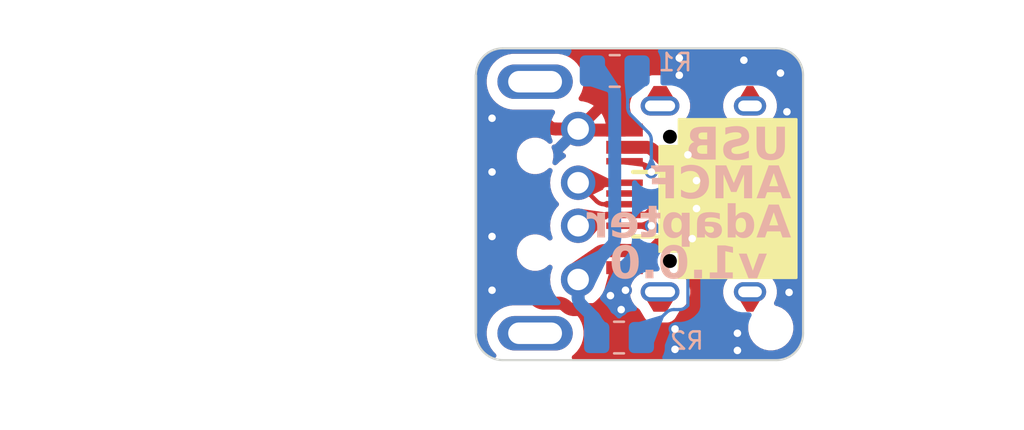
<source format=kicad_pcb>
(kicad_pcb (version 20240108) (generator "pcbnew") (generator_version "8.0")
  (title_block (title "USB AM-CF Adapter") (rev "v1.0.0") (company "Atsushi Morimoto (@74th)"))
  (layers (0 "F.Cu" signal) (31 "B.Cu" signal) (34 "B.Paste" user) (35 "F.Paste" user) (36 "B.SilkS" user "B.Silkscreen") (37 "F.SilkS" user "F.Silkscreen") (38 "B.Mask" user) (39 "F.Mask" user) (44 "Edge.Cuts" user))
  (net 0 "")
  (net 1 "Net-(J1-VBUS)")
  (net 2 "Net-(J1-D+)")
  (net 3 "GND")
  (net 4 "Net-(J1-D-)")
  (net 5 "Net-(J2-CC2)")
  (net 6 "Net-(J2-CC1)")
  (footprint "74th:Connector_USB-A-Plug_TH" (layer "F.Cu") (at 67 42 -90)
    (property "Reference" "J1" (at 0 -7.2 -90) (layer "F.SilkS"))
    (property "Value" "USB_TypeA-2.0_Plug")
    (fp_line (start -6 2.75) (end 6 2.75) (stroke (width 0.12)) (layer "Edge.Cuts"))
    (pad "" thru_hole oval (at -5.7 0 270) (size 1.6 3.5) (drill oval 1 2.5) (layers "*.Cu" "*.Mask"))
    (pad "" np_thru_hole circle (at -2.25 0 270) (size 1.2 1.2) (drill 1.2) (layers "F&B.Cu" "*.Mask"))
    (pad "" np_thru_hole circle (at 2.25 0 270) (size 1.2 1.2) (drill 1.2) (layers "F&B.Cu" "*.Mask"))
    (pad "" thru_hole oval (at 6 0 270) (size 1.6 3.5) (drill oval 1 2.5) (layers "*.Cu" "*.Mask"))
    (pad "1" thru_hole circle (at 3.5 -2 270) (size 1.6 1.6) (drill 1) (layers "*.Cu" "*.Mask") (net 1 "Net-(J1-VBUS)"))
    (pad "2" thru_hole circle (at 1 -2 270) (size 1.6 1.6) (drill 1) (layers "*.Cu" "*.Mask") (net 4 "Net-(J1-D-)"))
    (pad "3" thru_hole circle (at -1 -2 270) (size 1.6 1.6) (drill 1) (layers "*.Cu" "*.Mask") (net 2 "Net-(J1-D+)"))
    (pad "4" thru_hole circle (at -3.5 -2 270) (size 1.6 1.6) (drill 1) (layers "*.Cu" "*.Mask") (net 3 "GND"))
  )
  (footprint "74th:Hole_M1.6_1.6" (layer "F.Cu") (at 77.95 47.75)
    (property "Reference" "M2" (hide yes))
    (property "Value" "Hole_M1.6_1.6" (hide yes))
    (pad "" np_thru_hole circle (at 0 0) (size 1.6 1.6) (drill 1.6) (layers "F&B.Cu" "*.Mask"))
  )
  (footprint "74th:Connector_USB-C-Receptacle_SMT_12-Pin_Simple" (layer "F.Cu") (at 76.885 41.75 90)
    (property "Reference" "J2" (hide yes))
    (property "Value" "USB2.0-C_SMT")
    (fp_line (start 1.25 -4.23) (end 1.25 -5.33) (stroke (width 0.2)) (layer "F.SilkS"))
    (fp_line (start -1.75 -4.23) (end -1.75 -5.33) (stroke (width 0.2)) (layer "F.SilkS"))
    (fp_rect (start -2.45 -4.1) (end 2.45 -2.85) (stroke (width 0.12)) (fill solid) (layer "F.SilkS"))
    (fp_rect (start -3.67 -3.2) (end 3.7 2.25) (stroke (width 0.12)) (fill solid) (layer "F.SilkS"))
    (pad "" np_thru_hole circle (at -2.89 -3.62 270) (size 0.65 0.65) (drill 0.65) (layers "*.Mask"))
    (pad "" np_thru_hole circle (at 2.89 -3.62 270) (size 0.65 0.65) (drill 0.65) (layers "*.Mask"))
    (pad "1" smd rect (at -2.4 -5.73 270) (size 0.6 1.7) (layers "F.Cu" "F.Paste" "F.Mask") (net 1 "Net-(J1-VBUS)"))
    (pad "1" smd rect (at 2.4 -5.73 270) (size 0.6 1.7) (layers "F.Cu" "F.Paste" "F.Mask") (net 1 "Net-(J1-VBUS)"))
    (pad "2" smd rect (at -0.75 -5.73 270) (size 0.3 1.7) (layers "F.Cu" "F.Paste" "F.Mask") (net 4 "Net-(J1-D-)"))
    (pad "2" smd rect (at 0.25 -5.73 270) (size 0.3 1.7) (layers "F.Cu" "F.Paste" "F.Mask") (net 4 "Net-(J1-D-)"))
    (pad "3" smd rect (at -0.25 -5.73 270) (size 0.3 1.7) (layers "F.Cu" "F.Paste" "F.Mask") (net 2 "Net-(J1-D+)"))
    (pad "3" smd rect (at 0.75 -5.73 270) (size 0.3 1.7) (layers "F.Cu" "F.Paste" "F.Mask") (net 2 "Net-(J1-D+)"))
    (pad "4" smd rect (at -3.2 -5.73 270) (size 0.6 1.7) (layers "F.Cu" "F.Paste" "F.Mask") (net 3 "GND"))
    (pad "4" smd rect (at 3.2 -5.73 270) (size 0.6 1.7) (layers "F.Cu" "F.Paste" "F.Mask") (net 3 "GND"))
    (pad "5" smd rect (at -1.25 -5.73 270) (size 0.3 1.7) (layers "F.Cu" "F.Paste" "F.Mask") (net 6 "Net-(J2-CC1)"))
    (pad "6" smd rect (at 1.75 -5.73 270) (size 0.3 1.7) (layers "F.Cu" "F.Paste" "F.Mask") (net 5 "Net-(J2-CC2)"))
    (pad "7" smd trapezoid (at -5 -4.08 180) (size 0.9 0.5) (rect_delta 0 0.3) (layers "F.Cu" "F.Paste" "F.Mask"))
    (pad "7" smd trapezoid (at -5 0.1 180) (size 0.6 0.5) (rect_delta 0 0.3) (layers "F.Cu" "F.Paste" "F.Mask"))
    (pad "7" thru_hole oval (at -4.325 -4.08 270) (size 0.9 1.8) (drill oval 0.5 1.4) (layers "*.Cu" "*.Mask"))
    (pad "7" thru_hole oval (at -4.325 0.1 270) (size 0.9 1.5) (drill oval 0.5 1.1) (layers "*.Cu" "*.Mask"))
    (pad "7" thru_hole oval (at 4.325 -4.08 270) (size 0.9 1.8) (drill oval 0.5 1.4) (layers "*.Cu" "*.Mask"))
    (pad "7" thru_hole oval (at 4.325 0.1 270) (size 0.9 1.5) (drill oval 0.5 1.1) (layers "*.Cu" "*.Mask"))
    (pad "7" smd trapezoid (at 5 -4.08) (size 0.9 0.5) (rect_delta 0 0.3) (layers "F.Cu" "F.Paste" "F.Mask"))
    (pad "7" smd trapezoid (at 5 0.1) (size 0.6 0.5) (rect_delta 0 0.3) (layers "F.Cu" "F.Paste" "F.Mask"))
  )
  (footprint "74th:Register_0805_2012" (layer "B.Cu") (at 70.7 35.8)
    (property "Reference" "R1" (at 2.8125 -0.4 0) (layer "B.SilkS") (effects (font (size 0.8 0.8) (thickness 0.12)) (justify mirror)))
    (property "Value" "56k" (hide yes))
    (fp_line (start 0.227064 -0.735) (end -0.227064 -0.735) (stroke (width 0.12)) (layer "B.SilkS"))
    (fp_line (start 0.227064 0.735) (end -0.227064 0.735) (stroke (width 0.12)) (layer "B.SilkS"))
    (pad "1" smd roundrect (at -1.0375 0) (size 1.175 1.45) (layers "B.Cu" "B.Paste" "B.Mask") (roundrect_rratio 0.208333) (net 1 "Net-(J1-VBUS)"))
    (pad "2" smd roundrect (at 1.0375 0) (size 1.175 1.45) (layers "B.Cu" "B.Paste" "B.Mask") (roundrect_rratio 0.208333) (net 5 "Net-(J2-CC2)"))
  )
  (footprint "74th:Register_0805_2012" (layer "B.Cu") (at 70.9 48.2)
    (property "Reference" "R2" (at 3.15 0.15 0) (layer "B.SilkS") (effects (font (size 0.8 0.8) (thickness 0.12)) (justify mirror)))
    (property "Value" "56k" (hide yes))
    (fp_line (start 0.227064 -0.735) (end -0.227064 -0.735) (stroke (width 0.12)) (layer "B.SilkS"))
    (fp_line (start 0.227064 0.735) (end -0.227064 0.735) (stroke (width 0.12)) (layer "B.SilkS"))
    (pad "1" smd roundrect (at -1.0375 0) (size 1.175 1.45) (layers "B.Cu" "B.Paste" "B.Mask") (roundrect_rratio 0.208333) (net 1 "Net-(J1-VBUS)"))
    (pad "2" smd roundrect (at 1.0375 0) (size 1.175 1.45) (layers "B.Cu" "B.Paste" "B.Mask") (roundrect_rratio 0.208333) (net 6 "Net-(J2-CC1)"))
  )
  (gr_arc (start 78.2 34.75) (mid 79.083883 35.116117) (end 79.45 36) (stroke (width 0.1)) (layer "Edge.Cuts"))
  (gr_line (start 78.2 49.25) (end 65.5 49.25) (stroke (width 0.1)) (layer "Edge.Cuts"))
  (gr_arc (start 65.5 49.25) (mid 64.616117 48.883883) (end 64.25 48) (stroke (width 0.1)) (layer "Edge.Cuts"))
  (gr_arc (start 64.25 36) (mid 64.616117 35.116117) (end 65.5 34.75) (stroke (width 0.1)) (layer "Edge.Cuts"))
  (gr_line (start 79.45 36) (end 79.45 48) (stroke (width 0.1)) (layer "Edge.Cuts"))
  (gr_line (start 78.2 34.75) (end 65.5 34.75) (stroke (width 0.1)) (layer "Edge.Cuts"))
  (gr_arc (start 79.45 48) (mid 79.083883 48.883883) (end 78.2 49.25) (stroke (width 0.1)) (layer "Edge.Cuts"))
  (gr_text "AMCF" (at 78.9 41.1 0) (layer "B.SilkS") (effects (font (size 1.5 1.5) (thickness 0.3) (bold yes)) (justify left mirror)))
  (gr_text "USB" (at 78.8 39.3 0) (layer "B.SilkS") (effects (font (size 1.5 1.5) (thickness 0.3) (bold yes)) (justify left mirror)))
  (gr_text "v1.0.0" (at 77.8 45.7 0) (layer "B.SilkS") (effects (font (size 1.5 1.5) (thickness 0.3) (bold yes)) (justify left bottom mirror)))
  (gr_text "Adapter" (at 78.9 43.8 0) (layer "B.SilkS") (effects (font (size 1.5 1.5) (thickness 0.3) (bold yes)) (justify left bottom mirror)))
  (segment (start 72.496447 39.496447) (end 73.153554 40.153554) (width 0.6) (layer "F.Cu") (net 1))
  (segment (start 69.903553 44.296447) (end 69.146446 45.053554) (width 0.6) (layer "F.Cu") (net 1))
  (segment (start 71.155 44.15) (end 70.257107 44.15) (width 0.6) (layer "F.Cu") (net 1))
  (segment (start 73.153553 43.446447) (end 72.581446 44.018554) (width 0.6) (layer "F.Cu") (net 1))
  (segment (start 72.227893 44.165) (end 70.335 44.165) (width 0.6) (layer "F.Cu") (net 1))
  (segment (start 73.3 40.507107) (end 73.3 43.092893) (width 0.6) (layer "F.Cu") (net 1))
  (segment (start 71.155 39.35) (end 72.142893 39.35) (width 0.6) (layer "F.Cu") (net 1))
  (segment (start 69 45.407107) (end 69 45.5) (width 0.6) (layer "F.Cu") (net 1))
  (arc (start 73.153554 40.153554) (mid 73.26194 40.315766) (end 73.3 40.507107) (width 0.6) (layer "F.Cu") (net 1))
  (arc (start 72.496447 39.496447) (mid 72.334235 39.38806) (end 72.142893 39.35) (width 0.6) (layer "F.Cu") (net 1))
  (arc (start 70.257107 44.15) (mid 70.065765 44.18806) (end 69.903553 44.296447) (width 0.6) (layer "F.Cu") (net 1))
  (arc (start 73.153553 43.446447) (mid 73.26194 43.284235) (end 73.3 43.092893) (width 0.6) (layer "F.Cu") (net 1))
  (arc (start 72.581446 44.018554) (mid 72.419234 44.12694) (end 72.227893 44.165) (width 0.6) (layer "F.Cu") (net 1))
  (arc (start 69.146446 45.053554) (mid 69.03806 45.215766) (end 69 45.407107) (width 0.6) (layer "F.Cu") (net 1))
  (segment (start 69 45.5) (end 69 46.330393) (width 0.6) (layer "B.Cu") (net 1))
  (segment (start 69.716053 47.253553) (end 69.146446 46.683946) (width 0.6) (layer "B.Cu") (net 1))
  (segment (start 70.7 36.907107) (end 70.7 43.592893) (width 0.6) (layer "B.Cu") (net 1))
  (segment (start 69.6625 35.8) (end 69.8 35.8) (width 0.6) (layer "B.Cu") (net 1))
  (segment (start 69.8 35.8) (end 70.553554 36.553554) (width 0.6) (layer "B.Cu") (net 1))
  (segment (start 70.553553 43.946447) (end 69 45.5) (width 0.6) (layer "B.Cu") (net 1))
  (segment (start 69.8625 48.2) (end 69.8625 47.607107) (width 0.6) (layer "B.Cu") (net 1))
  (arc (start 70.7 36.907107) (mid 70.66194 36.715766) (end 70.553554 36.553554) (width 0.6) (layer "B.Cu") (net 1))
  (arc (start 69 46.330393) (mid 69.03806 46.521734) (end 69.146446 46.683946) (width 0.6) (layer "B.Cu") (net 1))
  (arc (start 70.7 43.592893) (mid 70.66194 43.784235) (end 70.553553 43.946447) (width 0.6) (layer "B.Cu") (net 1))
  (arc (start 69.716053 47.253553) (mid 69.82444 47.415765) (end 69.8625 47.607107) (width 0.6) (layer "B.Cu") (net 1))
  (segment (start 71.155 41) (end 69 41) (width 0.2) (layer "F.Cu") (net 2))
  (segment (start 69.853553 41.853553) (end 69 41) (width 0.2) (layer "F.Cu") (net 2))
  (segment (start 71.155 42) (end 70.207107 42) (width 0.2) (layer "F.Cu") (net 2))
  (arc (start 69.853553 41.853553) (mid 70.015765 41.96194) (end 70.207107 42) (width 0.2) (layer "F.Cu") (net 2))
  (segment (start 69.996447 46.753553) (end 70.5 46.25) (width 0.6) (layer "F.Cu") (net 3))
  (segment (start 69.05 38.55) (end 69 38.5) (width 0.6) (layer "F.Cu") (net 3))
  (segment (start 71.155 38.55) (end 69.05 38.55) (width 0.6) (layer "F.Cu") (net 3))
  (segment (start 65 46) (end 66.392893 46) (width 0.6) (layer "F.Cu") (net 3))
  (segment (start 66.746447 46.146447) (end 67.053554 46.453554) (width 0.6) (layer "F.Cu") (net 3))
  (segment (start 67.407107 46.6) (end 68.092893 46.6) (width 0.6) (layer "F.Cu") (net 3))
  (segment (start 68.807107 46.9) (end 69.642893 46.9) (width 0.6) (layer "F.Cu") (net 3))
  (segment (start 69 38.5) (end 67.957107 38.5) (width 0.6) (layer "F.Cu") (net 3))
  (segment (start 67.042893 38) (end 65 38) (width 0.6) (layer "F.Cu") (net 3))
  (segment (start 68.446447 46.746447) (end 68.453554 46.753554) (width 0.6) (layer "F.Cu") (net 3))
  (segment (start 67.603553 38.353553) (end 67.396446 38.146446) (width 0.6) (layer "F.Cu") (net 3))
  (via (at 74.3 43.6) (size 0.6) (drill 0.35) (layers "F.Cu" "B.Cu") (net 3))
  (via (at 73.5 47.8) (size 0.6) (drill 0.35) (layers "F.Cu" "B.Cu") (net 3))
  (via (at 74.5 42.2) (size 0.6) (drill 0.35) (layers "F.Cu" "B.Cu") (net 3))
  (via (at 65 43.5) (size 0.6) (drill 0.35) (layers "F.Cu" "B.Cu") (net 3))
  (via (at 73.7 36) (size 0.6) (drill 0.35) (layers "F.Cu" "B.Cu") (net 3))
  (via (at 78.4 35.9) (size 0.6) (drill 0.35) (layers "F.Cu" "B.Cu") (net 3))
  (via (at 76.4 48) (size 0.6) (drill 0.35) (layers "F.Cu" "B.Cu") (net 3))
  (via (at 65 38) (size 0.6) (drill 0.35) (layers "F.Cu" "B.Cu") (net 3))
  (via (at 78.8 46.1) (size 0.6) (drill 0.35) (layers "F.Cu" "B.Cu") (net 3))
  (via (at 70.5 46.25) (size 0.6) (drill 0.35) (layers "F.Cu" "B.Cu") (net 3))
  (via (at 73.7 35.2) (size 0.6) (drill 0.35) (layers "F.Cu" "B.Cu") (net 3))
  (via (at 78.7 37.7) (size 0.6) (drill 0.35) (layers "F.Cu" "B.Cu") (net 3))
  (via (at 76.4 48.8) (size 0.6) (drill 0.35) (layers "F.Cu" "B.Cu") (net 3))
  (via (at 65 40.5) (size 0.6) (drill 0.35) (layers "F.Cu" "B.Cu") (net 3))
  (via (at 65 46) (size 0.6) (drill 0.35) (layers "F.Cu" "B.Cu") (net 3))
  (via (at 74.1 39.7) (size 0.6) (drill 0.35) (layers "F.Cu" "B.Cu") (net 3))
  (via (at 73.5 48.75) (size 0.6) (drill 0.35) (layers "F.Cu" "B.Cu") (net 3))
  (via (at 76.7 35.3) (size 0.6) (drill 0.35) (layers "F.Cu" "B.Cu") (net 3))
  (via (at 71.2 46) (size 0.6) (drill 0.35) (layers "F.Cu" "B.Cu") (net 3))
  (via (at 74.5 40.9) (size 0.6) (drill 0.35) (layers "F.Cu" "B.Cu") (net 3))
  (via (at 71 46.9) (size 0.6) (drill 0.35) (layers "F.Cu" "B.Cu") (net 3))
  (arc (start 67.042893 38) (mid 67.234234 38.03806) (end 67.396446 38.146446) (width 0.6) (layer "F.Cu") (net 3))
  (arc (start 67.053554 46.453554) (mid 67.215766 46.56194) (end 67.407107 46.6) (width 0.6) (layer "F.Cu") (net 3))
  (arc (start 67.957107 38.5) (mid 67.765765 38.46194) (end 67.603553 38.353553) (width 0.6) (layer "F.Cu") (net 3))
  (arc (start 66.392893 46) (mid 66.584235 46.03806) (end 66.746447 46.146447) (width 0.6) (layer "F.Cu") (net 3))
  (arc (start 68.092893 46.6) (mid 68.284235 46.63806) (end 68.446447 46.746447) (width 0.6) (layer "F.Cu") (net 3))
  (arc (start 69.996447 46.753553) (mid 69.834235 46.86194) (end 69.642893 46.9) (width 0.6) (layer "F.Cu") (net 3))
  (arc (start 68.807107 46.9) (mid 68.615766 46.86194) (end 68.453554 46.753554) (width 0.6) (layer "F.Cu") (net 3))
  (segment (start 71.992893 41.5) (end 71.155 41.5) (width 0.2) (layer "F.Cu") (net 4))
  (segment (start 71.155 42.5) (end 71.892893 42.5) (width 0.2) (layer "F.Cu") (net 4))
  (segment (start 69.353553 42.646447) (end 69 43) (width 0.2) (layer "F.Cu") (net 4))
  (segment (start 72.246447 42.353553) (end 72.253554 42.346446) (width 0.2) (layer "F.Cu") (net 4))
  (segment (start 71.155 42.5) (end 69.707107 42.5) (width 0.2) (layer "F.Cu") (net 4))
  (segment (start 72.4 41.992893) (end 72.4 41.7) (width 0.2) (layer "F.Cu") (net 4))
  (segment (start 72.4 41.7) (end 72.346446 41.646446) (width 0.2) (layer "F.Cu") (net 4))
  (arc (start 71.992893 41.5) (mid 72.184234 41.53806) (end 72.346446 41.646446) (width 0.2) (layer "F.Cu") (net 4))
  (arc (start 71.892893 42.5) (mid 72.084235 42.46194) (end 72.246447 42.353553) (width 0.2) (layer "F.Cu") (net 4))
  (arc (start 69.353553 42.646447) (mid 69.515765 42.53806) (end 69.707107 42.5) (width 0.2) (layer "F.Cu") (net 4))
  (arc (start 72.253554 42.346446) (mid 72.36194 42.184234) (end 72.4 41.992893) (width 0.2) (layer "F.Cu") (net 4))
  (segment (start 71.155 40) (end 71.692893 40) (width 0.15) (layer "F.Cu") (net 5))
  (segment (start 72.046447 40.146447) (end 72.4 40.5) (width 0.15) (layer "F.Cu") (net 5))
  (via (at 72.4 40.5) (size 0.6) (drill 0.35) (layers "F.Cu" "B.Cu") (net 5))
  (arc (start 71.692893 40) (mid 71.884235 40.03806) (end 72.046447 40.146447) (width 0.15) (layer "F.Cu") (net 5))
  (segment (start 71.446447 36.091053) (end 71.7375 35.8) (width 0.15) (layer "B.Cu") (net 5))
  (segment (start 72.253553 38.653553) (end 71.446446 37.846446) (width 0.15) (layer "B.Cu") (net 5))
  (segment (start 71.3 37.492893) (end 71.3 36.444607) (width 0.15) (layer "B.Cu") (net 5))
  (segment (start 72.4 40.5) (end 72.4 39.007107) (width 0.15) (layer "B.Cu") (net 5))
  (arc (start 71.446446 37.846446) (mid 71.33806 37.684234) (end 71.3 37.492893) (width 0.15) (layer "B.Cu") (net 5))
  (arc (start 72.253553 38.653553) (mid 72.36194 38.815765) (end 72.4 39.007107) (width 0.15) (layer "B.Cu") (net 5))
  (arc (start 71.446447 36.091053) (mid 71.33806 36.253265) (end 71.3 36.444607) (width 0.15) (layer "B.Cu") (net 5))
  (segment (start 72.4 43) (end 71.155 43) (width 0.15) (layer "F.Cu") (net 6))
  (via (at 72.4 43) (size 0.6) (drill 0.35) (layers "F.Cu" "B.Cu") (net 6))
  (segment (start 73.692893 46.9) (end 73.444607 46.9) (width 0.15) (layer "B.Cu") (net 6))
  (segment (start 74.1 46.7) (end 74.046446 46.753554) (width 0.15) (layer "B.Cu") (net 6))
  (segment (start 74.1 44.707107) (end 74.1 46.7) (width 0.15) (layer "B.Cu") (net 6))
  (segment (start 73.091053 47.046447) (end 71.9375 48.2) (width 0.15) (layer "B.Cu") (net 6))
  (segment (start 72.6 43) (end 73.953554 44.353554) (width 0.15) (layer "B.Cu") (net 6))
  (segment (start 72.4 43) (end 72.6 43) (width 0.15) (layer "B.Cu") (net 6))
  (arc (start 73.444607 46.9) (mid 73.253265 46.93806) (end 73.091053 47.046447) (width 0.15) (layer "B.Cu") (net 6))
  (arc (start 74.1 44.707107) (mid 74.06194 44.515766) (end 73.953554 44.353554) (width 0.15) (layer "B.Cu") (net 6))
  (arc (start 73.692893 46.9) (mid 73.884234 46.86194) (end 74.046446 46.753554) (width 0.15) (layer "B.Cu") (net 6))
  (zone (net 3) (net_name "GND") (layers "F&B.Cu") (connect_pads (clearance 0.5)) (min_thickness 0.25) (fill yes (thermal_gap 0.5) (thermal_bridge_width 0.5))
    (polygon (pts (xy 62.5 32.5) (xy 82.5 32.5) (xy 82.5 52.5) (xy 62.5 52.5)))
  )
)
</source>
